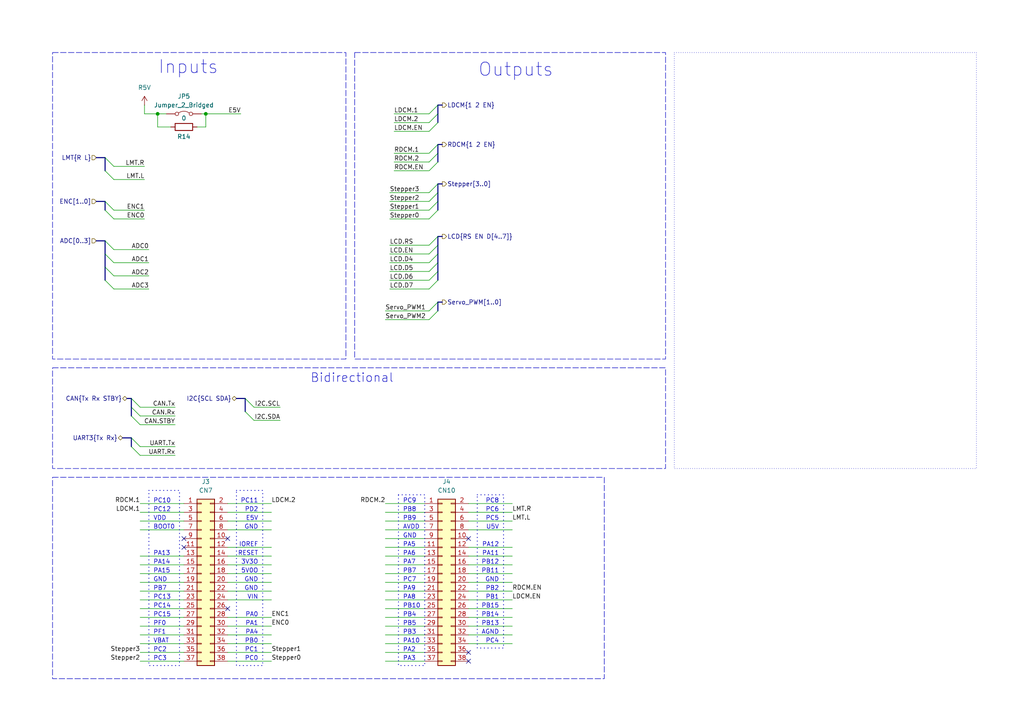
<source format=kicad_sch>
(kicad_sch (version 20231120) (generator "eeschema") (generator_version "8.0")
  (paper "A4")
  (title_block (title "MCU") (rev "0") (company "ESE - Conestoga"))
  (lib_symbols
    (symbol "Connector_Generic:Conn_02x19_Odd_Even" (pin_names (offset 1.016) hide)
      (property "Reference" "J" (at 1.27 25.4 0))
      (property "Value" "Conn_02x19_Odd_Even" (at 1.27 -25.4 0))
      (symbol "Conn_02x19_Odd_Even_1_1"
        (rectangle (start -1.27 -22.733) (end 0 -22.987) (stroke (width 0.1524)))
        (rectangle (start -1.27 -20.193) (end 0 -20.447) (stroke (width 0.1524)))
        (rectangle (start -1.27 -17.653) (end 0 -17.907) (stroke (width 0.1524)))
        (rectangle (start -1.27 -15.113) (end 0 -15.367) (stroke (width 0.1524)))
        (rectangle (start -1.27 -12.573) (end 0 -12.827) (stroke (width 0.1524)))
        (rectangle (start -1.27 -10.033) (end 0 -10.287) (stroke (width 0.1524)))
        (rectangle (start -1.27 -7.493) (end 0 -7.747) (stroke (width 0.1524)))
        (rectangle (start -1.27 -4.953) (end 0 -5.207) (stroke (width 0.1524)))
        (rectangle (start -1.27 -2.413) (end 0 -2.667) (stroke (width 0.1524)))
        (rectangle (start -1.27 0.127) (end 0 -0.127) (stroke (width 0.1524)))
        (rectangle (start -1.27 2.667) (end 0 2.413) (stroke (width 0.1524)))
        (rectangle (start -1.27 5.207) (end 0 4.953) (stroke (width 0.1524)))
        (rectangle (start -1.27 7.747) (end 0 7.493) (stroke (width 0.1524)))
        (rectangle (start -1.27 10.287) (end 0 10.033) (stroke (width 0.1524)))
        (rectangle (start -1.27 12.827) (end 0 12.573) (stroke (width 0.1524)))
        (rectangle (start -1.27 15.367) (end 0 15.113) (stroke (width 0.1524)))
        (rectangle (start -1.27 17.907) (end 0 17.653) (stroke (width 0.1524)))
        (rectangle (start -1.27 20.447) (end 0 20.193) (stroke (width 0.1524)))
        (rectangle (start -1.27 22.987) (end 0 22.733) (stroke (width 0.1524)))
        (rectangle (start -1.27 24.13) (end 3.81 -24.13) (stroke (width 0.254)) (fill (type background)))
        (rectangle (start 3.81 -22.733) (end 2.54 -22.987) (stroke (width 0.1524)))
        (rectangle (start 3.81 -20.193) (end 2.54 -20.447) (stroke (width 0.1524)))
        (rectangle (start 3.81 -17.653) (end 2.54 -17.907) (stroke (width 0.1524)))
        (rectangle (start 3.81 -15.113) (end 2.54 -15.367) (stroke (width 0.1524)))
        (rectangle (start 3.81 -12.573) (end 2.54 -12.827) (stroke (width 0.1524)))
        (rectangle (start 3.81 -10.033) (end 2.54 -10.287) (stroke (width 0.1524)))
        (rectangle (start 3.81 -7.493) (end 2.54 -7.747) (stroke (width 0.1524)))
        (rectangle (start 3.81 -4.953) (end 2.54 -5.207) (stroke (width 0.1524)))
        (rectangle (start 3.81 -2.413) (end 2.54 -2.667) (stroke (width 0.1524)))
        (rectangle (start 3.81 0.127) (end 2.54 -0.127) (stroke (width 0.1524)))
        (rectangle (start 3.81 2.667) (end 2.54 2.413) (stroke (width 0.1524)))
        (rectangle (start 3.81 5.207) (end 2.54 4.953) (stroke (width 0.1524)))
        (rectangle (start 3.81 7.747) (end 2.54 7.493) (stroke (width 0.1524)))
        (rectangle (start 3.81 10.287) (end 2.54 10.033) (stroke (width 0.1524)))
        (rectangle (start 3.81 12.827) (end 2.54 12.573) (stroke (width 0.1524)))
        (rectangle (start 3.81 15.367) (end 2.54 15.113) (stroke (width 0.1524)))
        (rectangle (start 3.81 17.907) (end 2.54 17.653) (stroke (width 0.1524)))
        (rectangle (start 3.81 20.447) (end 2.54 20.193) (stroke (width 0.1524)))
        (rectangle (start 3.81 22.987) (end 2.54 22.733) (stroke (width 0.1524)))
        (pin passive line (at -5.08 22.86 0) (length 3.81) (name "Pin_1") (number "1"))
        (pin passive line (at 7.62 12.7 180) (length 3.81) (name "Pin_10") (number "10"))
        (pin passive line (at -5.08 10.16 0) (length 3.81) (name "Pin_11") (number "11"))
        (pin passive line (at 7.62 10.16 180) (length 3.81) (name "Pin_12") (number "12"))
        (pin passive line (at -5.08 7.62 0) (length 3.81) (name "Pin_13") (number "13"))
        (pin passive line (at 7.62 7.62 180) (length 3.81) (name "Pin_14") (number "14"))
        (pin passive line (at -5.08 5.08 0) (length 3.81) (name "Pin_15") (number "15"))
        (pin passive line (at 7.62 5.08 180) (length 3.81) (name "Pin_16") (number "16"))
        (pin passive line (at -5.08 2.54 0) (length 3.81) (name "Pin_17") (number "17"))
        (pin passive line (at 7.62 2.54 180) (length 3.81) (name "Pin_18") (number "18"))
        (pin passive line (at -5.08 0 0) (length 3.81) (name "Pin_19") (number "19"))
        (pin passive line (at 7.62 22.86 180) (length 3.81) (name "Pin_2") (number "2"))
        (pin passive line (at 7.62 0 180) (length 3.81) (name "Pin_20") (number "20"))
        (pin passive line (at -5.08 -2.54 0) (length 3.81) (name "Pin_21") (number "21"))
        (pin passive line (at 7.62 -2.54 180) (length 3.81) (name "Pin_22") (number "22"))
        (pin passive line (at -5.08 -5.08 0) (length 3.81) (name "Pin_23") (number "23"))
        (pin passive line (at 7.62 -5.08 180) (length 3.81) (name "Pin_24") (number "24"))
        (pin passive line (at -5.08 -7.62 0) (length 3.81) (name "Pin_25") (number "25"))
        (pin passive line (at 7.62 -7.62 180) (length 3.81) (name "Pin_26") (number "26"))
        (pin passive line (at -5.08 -10.16 0) (length 3.81) (name "Pin_27") (number "27"))
        (pin passive line (at 7.62 -10.16 180) (length 3.81) (name "Pin_28") (number "28"))
        (pin passive line (at -5.08 -12.7 0) (length 3.81) (name "Pin_29") (number "29"))
        (pin passive line (at -5.08 20.32 0) (length 3.81) (name "Pin_3") (number "3"))
        (pin passive line (at 7.62 -12.7 180) (length 3.81) (name "Pin_30") (number "30"))
        (pin passive line (at -5.08 -15.24 0) (length 3.81) (name "Pin_31") (number "31"))
        (pin passive line (at 7.62 -15.24 180) (length 3.81) (name "Pin_32") (number "32"))
        (pin passive line (at -5.08 -17.78 0) (length 3.81) (name "Pin_33") (number "33"))
        (pin passive line (at 7.62 -17.78 180) (length 3.81) (name "Pin_34") (number "34"))
        (pin passive line (at -5.08 -20.32 0) (length 3.81) (name "Pin_35") (number "35"))
        (pin passive line (at 7.62 -20.32 180) (length 3.81) (name "Pin_36") (number "36"))
        (pin passive line (at -5.08 -22.86 0) (length 3.81) (name "Pin_37") (number "37"))
        (pin passive line (at 7.62 -22.86 180) (length 3.81) (name "Pin_38") (number "38"))
        (pin passive line (at 7.62 20.32 180) (length 3.81) (name "Pin_4") (number "4"))
        (pin passive line (at -5.08 17.78 0) (length 3.81) (name "Pin_5") (number "5"))
        (pin passive line (at 7.62 17.78 180) (length 3.81) (name "Pin_6") (number "6"))
        (pin passive line (at -5.08 15.24 0) (length 3.81) (name "Pin_7") (number "7"))
        (pin passive line (at 7.62 15.24 180) (length 3.81) (name "Pin_8") (number "8"))
        (pin passive line (at -5.08 12.7 0) (length 3.81) (name "Pin_9") (number "9"))
      )
    )
    (symbol "Device:R" (pin_numbers hide) (pin_names (offset 0))
      (property "Reference" "R" (at 2.032 0 90))
      (property "Value" "R" (at 0 0 90))
      (symbol "R_0_1"
        (rectangle (start -1.016 -2.54) (end 1.016 2.54) (stroke (width 0.254)))
      )
      (symbol "R_1_1"
        (pin passive line (at 0 3.81 270) (length 1.27) (name "~") (number "1"))
        (pin passive line (at 0 -3.81 90) (length 1.27) (name "~") (number "2"))
      )
    )
    (symbol "Jumper:Jumper_2_Bridged" (pin_numbers hide) (pin_names (offset 0) hide) (exclude_from_sim yes)
      (property "Reference" "JP" (at 0 1.905 0))
      (property "Value" "Jumper_2_Bridged" (at 0 -2.54 0))
      (symbol "Jumper_2_Bridged_0_0"
        (circle (center -2.032 0) (radius 0.508))
        (circle (center 2.032 0) (radius 0.508))
      )
      (symbol "Jumper_2_Bridged_0_1"
        (arc (start 1.524 0.254) (mid 0 0.762) (end -1.524 0.254))
      )
      (symbol "Jumper_2_Bridged_1_1"
        (pin passive line (at -5.08 0 0) (length 2.54) (name "A") (number "1"))
        (pin passive line (at 5.08 0 180) (length 2.54) (name "B") (number "2"))
      )
    )
    (symbol "power:+5V" (power) (pin_numbers hide) (pin_names (offset 0) hide)
      (property "Value" "+5V" (at 0 3.556 0))
      (symbol "+5V_0_1"
        (polyline (pts (xy -0.762 1.27) (xy 0 2.54)))
        (polyline (pts (xy 0 0) (xy 0 2.54)))
        (polyline (pts (xy 0 2.54) (xy 0.762 1.27)))
      )
      (symbol "+5V_1_1"
        (pin power_in line (at 0 0 90) (length 0) (name "~") (number "1"))
      )
    )
  )
  (junction (at 59.69 33.02))
  (junction (at 45.72 33.02))
  (no_connect (at 135.89 191.77))
  (no_connect (at 53.34 158.75))
  (no_connect (at 66.04 176.53))
  (no_connect (at 66.04 156.21))
  (no_connect (at 53.34 156.21))
  (no_connect (at 135.89 189.23))
  (no_connect (at 135.89 156.21))
  (bus_entry (at 127 46.99) (size -2.54 2.54))
  (bus_entry (at 30.48 81.28) (size 2.54 2.54))
  (bus_entry (at 127 76.2) (size -2.54 2.54))
  (bus_entry (at 38.1 118.11) (size 2.54 2.54))
  (bus_entry (at 124.46 63.5) (size 2.54 -2.54))
  (bus_entry (at 30.48 77.47) (size 2.54 2.54))
  (bus_entry (at 127 58.42) (size -2.54 2.54))
  (bus_entry (at 38.1 120.65) (size 2.54 2.54))
  (bus_entry (at 127 90.17) (size -2.54 2.54))
  (bus_entry (at 127 78.74) (size -2.54 2.54))
  (bus_entry (at 127 41.91) (size -2.54 2.54))
  (bus_entry (at 30.48 49.53) (size 2.54 2.54))
  (bus_entry (at 127 44.45) (size -2.54 2.54))
  (bus_entry (at 38.1 127) (size 2.54 2.54))
  (bus_entry (at 127 73.66) (size -2.54 2.54))
  (bus_entry (at 38.1 129.54) (size 2.54 2.54))
  (bus_entry (at 30.48 45.72) (size 2.54 2.54))
  (bus_entry (at 127 53.34) (size -2.54 2.54))
  (bus_entry (at 71.12 115.57) (size 2.54 2.54))
  (bus_entry (at 127 68.58) (size -2.54 2.54))
  (bus_entry (at 127 81.28) (size -2.54 2.54))
  (bus_entry (at 38.1 115.57) (size 2.54 2.54))
  (bus_entry (at 30.48 58.42) (size 2.54 2.54))
  (bus_entry (at 124.46 58.42) (size 2.54 -2.54))
  (bus_entry (at 127 87.63) (size -2.54 2.54))
  (bus_entry (at 30.48 73.66) (size 2.54 2.54))
  (bus_entry (at 71.12 119.38) (size 2.54 2.54))
  (bus_entry (at 127 33.02) (size -2.54 2.54))
  (bus_entry (at 30.48 69.85) (size 2.54 2.54))
  (bus_entry (at 127 71.12) (size -2.54 2.54))
  (bus_entry (at 127 35.56) (size -2.54 2.54))
  (bus_entry (at 127 30.48) (size -2.54 2.54))
  (bus_entry (at 30.48 60.96) (size 2.54 2.54))
  (bus (pts (xy 36.83 115.57) (xy 38.1 115.57)))
  (bus (pts (xy 27.94 45.72) (xy 30.48 45.72)))
  (wire (pts (xy 78.74 179.07) (xy 66.04 179.07)))
  (bus (pts (xy 127 76.2) (xy 127 78.74)))
  (bus (pts (xy 127 73.66) (xy 127 76.2)))
  (wire (pts (xy 113.03 55.88) (xy 124.46 55.88)))
  (wire (pts (xy 113.03 71.12) (xy 124.46 71.12)))
  (wire (pts (xy 33.02 52.07) (xy 41.91 52.07)))
  (wire (pts (xy 40.64 161.29) (xy 53.34 161.29)))
  (wire (pts (xy 148.59 179.07) (xy 135.89 179.07)))
  (wire (pts (xy 111.76 163.83) (xy 123.19 163.83)))
  (wire (pts (xy 40.64 176.53) (xy 53.34 176.53)))
  (wire (pts (xy 148.59 161.29) (xy 135.89 161.29)))
  (wire (pts (xy 78.74 166.37) (xy 66.04 166.37)))
  (wire (pts (xy 40.64 153.67) (xy 53.34 153.67)))
  (wire (pts (xy 111.76 191.77) (xy 123.19 191.77)))
  (wire (pts (xy 40.64 171.45) (xy 53.34 171.45)))
  (wire (pts (xy 33.02 76.2) (xy 43.18 76.2)))
  (bus (pts (xy 127 68.58) (xy 127 71.12)))
  (wire (pts (xy 78.74 168.91) (xy 66.04 168.91)))
  (wire (pts (xy 111.76 148.59) (xy 123.19 148.59)))
  (wire (pts (xy 111.76 189.23) (xy 123.19 189.23)))
  (bus (pts (xy 30.48 69.85) (xy 30.48 73.66)))
  (wire (pts (xy 78.74 163.83) (xy 66.04 163.83)))
  (wire (pts (xy 113.03 58.42) (xy 124.46 58.42)))
  (wire (pts (xy 78.74 191.77) (xy 66.04 191.77)))
  (wire (pts (xy 114.3 49.53) (xy 124.46 49.53)))
  (wire (pts (xy 40.64 132.08) (xy 50.8 132.08)))
  (wire (pts (xy 148.59 171.45) (xy 135.89 171.45)))
  (wire (pts (xy 40.64 179.07) (xy 53.34 179.07)))
  (bus (pts (xy 127 55.88) (xy 127 58.42)))
  (wire (pts (xy 40.64 123.19) (xy 50.8 123.19)))
  (bus (pts (xy 38.1 115.57) (xy 38.1 118.11)))
  (wire (pts (xy 111.76 153.67) (xy 123.19 153.67)))
  (bus (pts (xy 127 41.91) (xy 127 44.45)))
  (wire (pts (xy 78.74 184.15) (xy 66.04 184.15)))
  (wire (pts (xy 40.64 148.59) (xy 53.34 148.59)))
  (wire (pts (xy 111.76 146.05) (xy 123.19 146.05)))
  (wire (pts (xy 40.64 186.69) (xy 53.34 186.69)))
  (wire (pts (xy 59.69 33.02) (xy 69.85 33.02)))
  (wire (pts (xy 111.76 92.71) (xy 124.46 92.71)))
  (wire (pts (xy 78.74 186.69) (xy 66.04 186.69)))
  (wire (pts (xy 111.76 156.21) (xy 123.19 156.21)))
  (wire (pts (xy 111.76 179.07) (xy 123.19 179.07)))
  (bus (pts (xy 128.27 87.63) (xy 127 87.63)))
  (bus (pts (xy 68.58 115.57) (xy 71.12 115.57)))
  (wire (pts (xy 40.64 163.83) (xy 53.34 163.83)))
  (wire (pts (xy 40.64 189.23) (xy 53.34 189.23)))
  (wire (pts (xy 111.76 158.75) (xy 123.19 158.75)))
  (wire (pts (xy 113.03 83.82) (xy 124.46 83.82)))
  (wire (pts (xy 111.76 171.45) (xy 123.19 171.45)))
  (wire (pts (xy 111.76 181.61) (xy 123.19 181.61)))
  (wire (pts (xy 41.91 33.02) (xy 41.91 30.48)))
  (bus (pts (xy 38.1 127) (xy 38.1 129.54)))
  (wire (pts (xy 40.64 129.54) (xy 50.8 129.54)))
  (wire (pts (xy 40.64 120.65) (xy 50.8 120.65)))
  (bus (pts (xy 128.27 30.48) (xy 127 30.48)))
  (wire (pts (xy 111.76 161.29) (xy 123.19 161.29)))
  (wire (pts (xy 73.66 118.11) (xy 81.28 118.11)))
  (bus (pts (xy 127 58.42) (xy 127 60.96)))
  (wire (pts (xy 40.64 151.13) (xy 53.34 151.13)))
  (bus (pts (xy 128.27 53.34) (xy 127 53.34)))
  (wire (pts (xy 113.03 60.96) (xy 124.46 60.96)))
  (bus (pts (xy 27.94 58.42) (xy 30.48 58.42)))
  (wire (pts (xy 78.74 189.23) (xy 66.04 189.23)))
  (wire (pts (xy 78.74 161.29) (xy 66.04 161.29)))
  (bus (pts (xy 127 33.02) (xy 127 35.56)))
  (wire (pts (xy 148.59 184.15) (xy 135.89 184.15)))
  (wire (pts (xy 111.76 90.17) (xy 124.46 90.17)))
  (bus (pts (xy 127 53.34) (xy 127 55.88)))
  (bus (pts (xy 38.1 118.11) (xy 38.1 120.65)))
  (bus (pts (xy 127 30.48) (xy 127 33.02)))
  (wire (pts (xy 78.74 173.99) (xy 66.04 173.99)))
  (wire (pts (xy 58.42 33.02) (xy 59.69 33.02)))
  (wire (pts (xy 40.64 191.77) (xy 53.34 191.77)))
  (wire (pts (xy 59.69 33.02) (xy 59.69 36.83)))
  (wire (pts (xy 148.59 181.61) (xy 135.89 181.61)))
  (wire (pts (xy 148.59 158.75) (xy 135.89 158.75)))
  (wire (pts (xy 40.64 184.15) (xy 53.34 184.15)))
  (wire (pts (xy 33.02 63.5) (xy 41.91 63.5)))
  (wire (pts (xy 78.74 158.75) (xy 66.04 158.75)))
  (wire (pts (xy 49.53 36.83) (xy 45.72 36.83)))
  (wire (pts (xy 45.72 33.02) (xy 48.26 33.02)))
  (wire (pts (xy 78.74 148.59) (xy 66.04 148.59)))
  (wire (pts (xy 33.02 83.82) (xy 43.18 83.82)))
  (wire (pts (xy 148.59 163.83) (xy 135.89 163.83)))
  (wire (pts (xy 40.64 166.37) (xy 53.34 166.37)))
  (wire (pts (xy 113.03 81.28) (xy 124.46 81.28)))
  (wire (pts (xy 73.66 121.92) (xy 81.28 121.92)))
  (wire (pts (xy 111.76 168.91) (xy 123.19 168.91)))
  (bus (pts (xy 127 71.12) (xy 127 73.66)))
  (wire (pts (xy 114.3 44.45) (xy 124.46 44.45)))
  (wire (pts (xy 78.74 171.45) (xy 66.04 171.45)))
  (wire (pts (xy 40.64 146.05) (xy 53.34 146.05)))
  (wire (pts (xy 114.3 46.99) (xy 124.46 46.99)))
  (bus (pts (xy 128.27 41.91) (xy 127 41.91)))
  (bus (pts (xy 127 87.63) (xy 127 90.17)))
  (bus (pts (xy 30.48 45.72) (xy 30.48 49.53)))
  (wire (pts (xy 59.69 36.83) (xy 57.15 36.83)))
  (wire (pts (xy 113.03 63.5) (xy 124.46 63.5)))
  (wire (pts (xy 40.64 168.91) (xy 53.34 168.91)))
  (wire (pts (xy 148.59 176.53) (xy 135.89 176.53)))
  (wire (pts (xy 111.76 166.37) (xy 123.19 166.37)))
  (wire (pts (xy 33.02 60.96) (xy 41.91 60.96)))
  (wire (pts (xy 33.02 80.01) (xy 43.18 80.01)))
  (bus (pts (xy 127 78.74) (xy 127 81.28)))
  (wire (pts (xy 148.59 186.69) (xy 135.89 186.69)))
  (wire (pts (xy 78.74 153.67) (xy 66.04 153.67)))
  (wire (pts (xy 40.64 173.99) (xy 53.34 173.99)))
  (wire (pts (xy 148.59 153.67) (xy 135.89 153.67)))
  (bus (pts (xy 128.27 68.58) (xy 127 68.58)))
  (wire (pts (xy 78.74 181.61) (xy 66.04 181.61)))
  (wire (pts (xy 148.59 168.91) (xy 135.89 168.91)))
  (wire (pts (xy 45.72 36.83) (xy 45.72 33.02)))
  (wire (pts (xy 111.76 184.15) (xy 123.19 184.15)))
  (wire (pts (xy 113.03 78.74) (xy 124.46 78.74)))
  (wire (pts (xy 148.59 151.13) (xy 135.89 151.13)))
  (wire (pts (xy 114.3 35.56) (xy 124.46 35.56)))
  (wire (pts (xy 78.74 151.13) (xy 66.04 151.13)))
  (wire (pts (xy 114.3 38.1) (xy 124.46 38.1)))
  (wire (pts (xy 111.76 173.99) (xy 123.19 173.99)))
  (bus (pts (xy 30.48 58.42) (xy 30.48 60.96)))
  (wire (pts (xy 114.3 33.02) (xy 124.46 33.02)))
  (bus (pts (xy 127 44.45) (xy 127 46.99)))
  (wire (pts (xy 111.76 176.53) (xy 123.19 176.53)))
  (wire (pts (xy 148.59 173.99) (xy 135.89 173.99)))
  (bus (pts (xy 71.12 115.57) (xy 71.12 119.38)))
  (bus (pts (xy 27.94 69.85) (xy 30.48 69.85)))
  (wire (pts (xy 41.91 33.02) (xy 45.72 33.02)))
  (wire (pts (xy 40.64 181.61) (xy 53.34 181.61)))
  (wire (pts (xy 111.76 151.13) (xy 123.19 151.13)))
  (wire (pts (xy 33.02 72.39) (xy 43.18 72.39)))
  (wire (pts (xy 148.59 146.05) (xy 135.89 146.05)))
  (bus (pts (xy 30.48 73.66) (xy 30.48 77.47)))
  (wire (pts (xy 113.03 76.2) (xy 124.46 76.2)))
  (wire (pts (xy 148.59 166.37) (xy 135.89 166.37)))
  (bus (pts (xy 35.56 127) (xy 38.1 127)))
  (wire (pts (xy 33.02 48.26) (xy 41.91 48.26)))
  (wire (pts (xy 113.03 73.66) (xy 124.46 73.66)))
  (wire (pts (xy 78.74 146.05) (xy 66.04 146.05)))
  (wire (pts (xy 40.64 118.11) (xy 50.8 118.11)))
  (bus (pts (xy 30.48 77.47) (xy 30.48 81.28)))
  (wire (pts (xy 111.76 186.69) (xy 123.19 186.69)))
  (wire (pts (xy 148.59 148.59) (xy 135.89 148.59)))
  (rectangle (start 102.87 15.24) (end 193.04 104.14) (stroke (width 0) (type dash)))
  (rectangle (start 15.24 138.43) (end 175.26 196.85) (stroke (width 0) (type dash)))
  (rectangle (start 43.18 142.24) (end 52.07 193.04) (stroke (width 0.254) (type dot)))
  (rectangle (start 195.58 15.24) (end 283.21 135.89) (stroke (width 0) (type dot)))
  (rectangle (start 15.24 106.68) (end 193.04 135.89) (stroke (width 0) (type dash)))
  (rectangle (start 15.24 15.24) (end 100.33 104.14) (stroke (width 0) (type dash)))
  (rectangle (start 175.26 157.48) (end 175.26 157.48))
  (rectangle (start 138.43 143.51) (end 146.05 187.96) (stroke (width 0.254) (type dot)))
  (rectangle (start 115.57 143.51) (end 123.19 193.04) (stroke (width 0.254) (type dot)))
  (rectangle (start 68.58 142.24) (end 76.2 193.04) (stroke (width 0.254) (type dot)))
  (text "PC2" (at 44.45 189.23 0) (effects (font (size 1.27 1.27)) (justify left bottom)))
  (text "PB10" (at 116.84 176.53 0) (effects (font (size 1.27 1.27)) (justify left bottom)))
  (text "BOOT0" (at 44.45 153.67 0) (effects (font (size 1.27 1.27)) (justify left bottom)))
  (text "Inputs" (at 54.61 19.558 0) (effects (font (size 3.81 3.81))))
  (text "PA5" (at 116.84 158.75 0) (effects (font (size 1.27 1.27)) (justify left bottom)))
  (text "PC13" (at 44.45 173.99 0) (effects (font (size 1.27 1.27)) (justify left bottom)))
  (text "PB12" (at 144.78 163.83 0) (effects (font (size 1.27 1.27)) (justify right bottom)))
  (text "VBAT" (at 44.45 186.69 0) (effects (font (size 1.27 1.27)) (justify left bottom)))
  (text "VIN" (at 74.93 173.99 0) (effects (font (size 1.27 1.27)) (justify right bottom)))
  (text "GND" (at 116.84 156.21 0) (effects (font (size 1.27 1.27)) (justify left bottom)))
  (text "PA15" (at 44.45 166.37 0) (effects (font (size 1.27 1.27)) (justify left bottom)))
  (text "PA6" (at 116.84 161.29 0) (effects (font (size 1.27 1.27)) (justify left bottom)))
  (text "PB3" (at 116.84 184.15 0) (effects (font (size 1.27 1.27)) (justify left bottom)))
  (text "PB5" (at 116.84 181.61 0) (effects (font (size 1.27 1.27)) (justify left bottom)))
  (text "PA3" (at 116.84 191.77 0) (effects (font (size 1.27 1.27)) (justify left bottom)))
  (text "PB0" (at 74.93 186.69 0) (effects (font (size 1.27 1.27)) (justify right bottom)))
  (text "PB8" (at 116.84 148.59 0) (effects (font (size 1.27 1.27)) (justify left bottom)))
  (text "E5V" (at 74.93 151.13 0) (effects (font (size 1.27 1.27)) (justify right bottom)))
  (text "PC9" (at 116.84 146.05 0) (effects (font (size 1.27 1.27)) (justify left bottom)))
  (text "PA4" (at 74.93 184.15 0) (effects (font (size 1.27 1.27)) (justify right bottom)))
  (text "PA13" (at 44.45 161.29 0) (effects (font (size 1.27 1.27)) (justify left bottom)))
  (text "PB4" (at 116.84 179.07 0) (effects (font (size 1.27 1.27)) (justify left bottom)))
  (text "AGND" (at 144.78 184.15 0) (effects (font (size 1.27 1.27)) (justify right bottom)))
  (text "PC10" (at 44.45 146.05 0) (effects (font (size 1.27 1.27)) (justify left bottom)))
  (text "GND" (at 74.93 171.45 0) (effects (font (size 1.27 1.27)) (justify right bottom)))
  (text "PC5" (at 144.78 151.13 0) (effects (font (size 1.27 1.27)) (justify right bottom)))
  (text "PB1" (at 144.78 173.99 0) (effects (font (size 1.27 1.27)) (justify right bottom)))
  (text "AVDD" (at 116.84 153.67 0) (effects (font (size 1.27 1.27)) (justify left bottom)))
  (text "PC6" (at 144.78 148.59 0) (effects (font (size 1.27 1.27)) (justify right bottom)))
  (text "Bidirectional" (at 102.108 109.728 0) (effects (font (size 2.54 2.54))))
  (text "3V3O" (at 74.93 163.83 0) (effects (font (size 1.27 1.27)) (justify right bottom)))
  (text "PA0" (at 74.93 179.07 0) (effects (font (size 1.27 1.27)) (justify right bottom)))
  (text "PB7" (at 44.45 171.45 0) (effects (font (size 1.27 1.27)) (justify left bottom)))
  (text "PB7" (at 116.84 166.37 0) (effects (font (size 1.27 1.27)) (justify left bottom)))
  (text "U5V" (at 144.78 153.67 0) (effects (font (size 1.27 1.27)) (justify right bottom)))
  (text "PA10" (at 116.84 186.69 0) (effects (font (size 1.27 1.27)) (justify left bottom)))
  (text "PC8" (at 144.78 146.05 0) (effects (font (size 1.27 1.27)) (justify right bottom)))
  (text "PC7" (at 116.84 168.91 0) (effects (font (size 1.27 1.27)) (justify left bottom)))
  (text "PB14" (at 144.78 179.07 0) (effects (font (size 1.27 1.27)) (justify right bottom)))
  (text "PB13" (at 144.78 181.61 0) (effects (font (size 1.27 1.27)) (justify right bottom)))
  (text "PA2" (at 116.84 189.23 0) (effects (font (size 1.27 1.27)) (justify left bottom)))
  (text "PA7" (at 116.84 163.83 0) (effects (font (size 1.27 1.27)) (justify left bottom)))
  (text "PC0" (at 74.93 191.77 0) (effects (font (size 1.27 1.27)) (justify right bottom)))
  (text "Outputs" (at 149.606 20.32 0) (effects (font (size 3.81 3.81))))
  (text "PA9" (at 116.84 171.45 0) (effects (font (size 1.27 1.27)) (justify left bottom)))
  (text "PC11" (at 74.93 146.05 0) (effects (font (size 1.27 1.27)) (justify right bottom)))
  (text "PA8" (at 116.84 173.99 0) (effects (font (size 1.27 1.27)) (justify left bottom)))
  (text "GND" (at 44.45 168.91 0) (effects (font (size 1.27 1.27)) (justify left bottom)))
  (text "PA11" (at 144.78 161.29 0) (effects (font (size 1.27 1.27)) (justify right bottom)))
  (text "PB11" (at 144.78 166.37 0) (effects (font (size 1.27 1.27)) (justify right bottom)))
  (text "PF0" (at 44.45 181.61 0) (effects (font (size 1.27 1.27)) (justify left bottom)))
  (text "PA14" (at 44.45 163.83 0) (effects (font (size 1.27 1.27)) (justify left bottom)))
  (text "GND" (at 144.78 168.91 0) (effects (font (size 1.27 1.27)) (justify right bottom)))
  (text "VDD" (at 44.45 151.13 0) (effects (font (size 1.27 1.27)) (justify left bottom)))
  (text "PA1" (at 74.93 181.61 0) (effects (font (size 1.27 1.27)) (justify right bottom)))
  (text "IOREF" (at 74.93 158.75 0) (effects (font (size 1.27 1.27)) (justify right bottom)))
  (text "GND" (at 74.93 168.91 0) (effects (font (size 1.27 1.27)) (justify right bottom)))
  (text "PD2" (at 74.93 148.59 0) (effects (font (size 1.27 1.27)) (justify right bottom)))
  (text "PC15" (at 44.45 179.07 0) (effects (font (size 1.27 1.27)) (justify left bottom)))
  (text "PC12" (at 44.45 148.59 0) (effects (font (size 1.27 1.27)) (justify left bottom)))
  (text "PA12" (at 144.78 158.75 0) (effects (font (size 1.27 1.27)) (justify right bottom)))
  (text "PF1" (at 44.45 184.15 0) (effects (font (size 1.27 1.27)) (justify left bottom)))
  (text "PB2" (at 144.78 171.45 0) (effects (font (size 1.27 1.27)) (justify right bottom)))
  (text "RESET" (at 74.93 161.29 0) (effects (font (size 1.27 1.27)) (justify right bottom)))
  (text "PC1" (at 74.93 189.23 0) (effects (font (size 1.27 1.27)) (justify right bottom)))
  (text "5V0O" (at 74.93 166.37 0) (effects (font (size 1.27 1.27)) (justify right bottom)))
  (text "PB15" (at 144.78 176.53 0) (effects (font (size 1.27 1.27)) (justify right bottom)))
  (text "PC14" (at 44.45 176.53 0) (effects (font (size 1.27 1.27)) (justify left bottom)))
  (text "PB9" (at 116.84 151.13 0) (effects (font (size 1.27 1.27)) (justify left bottom)))
  (text "GND" (at 74.93 153.67 0) (effects (font (size 1.27 1.27)) (justify right bottom)))
  (text "PC4" (at 144.78 186.69 0) (effects (font (size 1.27 1.27)) (justify right bottom)))
  (text "PC3" (at 44.45 191.77 0) (effects (font (size 1.27 1.27)) (justify left bottom)))
  (label "I2C.SDA" (at 81.28 121.92 180))
  (label "ADC1" (at 43.18 76.2 180))
  (label "ENC0" (at 41.91 63.5 180))
  (label "Stepper0" (at 78.74 191.77 0))
  (label "LCD.RS" (at 113.03 71.12 0))
  (label "Stepper1" (at 113.03 60.96 0))
  (label "CAN.STBY" (at 50.8 123.19 180))
  (label "LDCM.EN" (at 114.3 38.1 0))
  (label "UART.Tx" (at 50.8 129.54 180))
  (label "LDCM.1" (at 114.3 33.02 0))
  (label "ADC2" (at 43.18 80.01 180))
  (label "LMT.L" (at 41.91 52.07 180))
  (label "I2C.SCL" (at 81.28 118.11 180))
  (label "RDCM.EN" (at 114.3 49.53 0))
  (label "ADC3" (at 43.18 83.82 180))
  (label "RDCM.2" (at 114.3 46.99 0))
  (label "UART.Rx" (at 50.8 132.08 180))
  (label "LMT.L" (at 148.59 151.13 0))
  (label "CAN.Tx" (at 50.8 118.11 180))
  (label "LCD.D6" (at 113.03 81.28 0))
  (label "RDCM.1" (at 114.3 44.45 0))
  (label "Servo_PWM1" (at 111.76 90.17 0))
  (label "LCD.EN" (at 113.03 73.66 0))
  (label "ENC0" (at 78.74 181.61 0))
  (label "LMT.R" (at 148.59 148.59 0))
  (label "LDCM.EN" (at 148.59 173.99 0))
  (label "Stepper0" (at 113.03 63.5 0))
  (label "RDCM.1" (at 40.64 146.05 180))
  (label "Stepper2" (at 113.03 58.42 0))
  (label "ADC0" (at 43.18 72.39 180))
  (label "Servo_PWM2" (at 111.76 92.71 0))
  (label "LMT.R" (at 41.91 48.26 180))
  (label "LDCM.2" (at 78.74 146.05 0))
  (label "Stepper2" (at 40.64 191.77 180))
  (label "LDCM.1" (at 40.64 148.59 180))
  (label "LCD.D7" (at 113.03 83.82 0))
  (label "Stepper3" (at 40.64 189.23 180))
  (label "Stepper3" (at 113.03 55.88 0))
  (label "ENC1" (at 78.74 179.07 0))
  (label "LDCM.2" (at 114.3 35.56 0))
  (label "CAN.Rx" (at 50.8 120.65 180))
  (label "Stepper1" (at 78.74 189.23 0))
  (label "RDCM.2" (at 111.76 146.05 180))
  (label "ENC1" (at 41.91 60.96 180))
  (label "E5V" (at 69.85 33.02 180))
  (label "LCD.D5" (at 113.03 78.74 0))
  (label "RDCM.EN" (at 148.59 171.45 0))
  (label "LCD.D4" (at 113.03 76.2 0))
  (hierarchical_label "CAN{Tx Rx STBY}" (shape bidirectional) (at 36.83 115.57 180))
  (hierarchical_label "ADC[0..3]" (shape input) (at 27.94 69.85 180))
  (hierarchical_label "RDCM{1 2 EN}" (shape output) (at 128.27 41.91 0))
  (hierarchical_label "LMT{R L}" (shape input) (at 27.94 45.72 180))
  (hierarchical_label "UART3{Tx Rx}" (shape bidirectional) (at 35.56 127 180))
  (hierarchical_label "I2C{SCL SDA}" (shape bidirectional) (at 68.58 115.57 180))
  (hierarchical_label "LDCM{1 2 EN}" (shape output) (at 128.27 30.48 0))
  (hierarchical_label "ENC[1..0]" (shape input) (at 27.94 58.42 180))
  (hierarchical_label "Stepper[3..0]" (shape output) (at 128.27 53.34 0))
  (hierarchical_label "LCD{RS EN D[4..7]}" (shape output) (at 128.27 68.58 0))
  (hierarchical_label "Servo_PWM[1..0]" (shape output) (at 128.27 87.63 0))
  (symbol (lib_id "Device:R") (at 53.34 36.83 90) (unit 1)
    (property "Reference" "R14" (at 53.34 39.624 90))
    (property "Value" "0" (at 53.34 34.29 90))
    (property "Description" "Resistor" (effects (hide yes)))
  )
  (symbol (lib_id "Jumper:Jumper_2_Bridged") (at 53.34 33.02 0) (unit 1) (exclude_from_sim yes)
    (property "Reference" "JP5" (at 53.34 27.94 0))
    (property "Value" "Jumper_2_Bridged" (at 53.34 30.48 0))
    (property "Description" "Jumper, 2-pole, closed/bridged" (effects (hide yes)))
  )
  (symbol (lib_id "Connector_Generic:Conn_02x19_Odd_Even") (at 58.42 168.91 0) (unit 1)
    (property "Reference" "J3" (at 59.69 139.7 0))
    (property "Value" "CN7" (at 59.69 142.24 0))
  )
  (symbol (lib_id "Connector_Generic:Conn_02x19_Odd_Even") (at 128.27 168.91 0) (unit 1)
    (property "Reference" "J4" (at 129.54 139.7 0))
    (property "Value" "CN10" (at 129.54 142.24 0))
  )
  (symbol (lib_id "power:+5V") (at 41.91 30.48 0) (unit 1)
    (property "Reference" "#PWR023" (effects (hide yes)))
    (property "Value" "R5V" (at 41.91 25.4 0))
    (property "Description" "Power symbol creates a global label with name \"+5V\"" (effects (hide yes)))
  )
)
</source>
